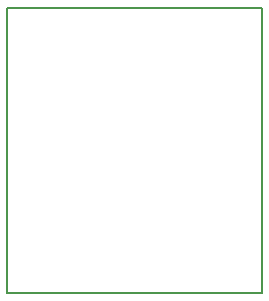
<source format=gko>
G04 DipTrace 3.1.0.1*
G04 BoardOutline.gko*
%MOIN*%
G04 #@! TF.FileFunction,Profile*
G04 #@! TF.Part,Single*
%ADD11C,0.005512*%
%FSLAX26Y26*%
G04*
G70*
G90*
G75*
G01*
G04 BoardOutline*
%LPD*%
X394000Y394000D2*
D11*
X1244000D1*
Y1344000D1*
X394000D1*
Y394000D1*
M02*

</source>
